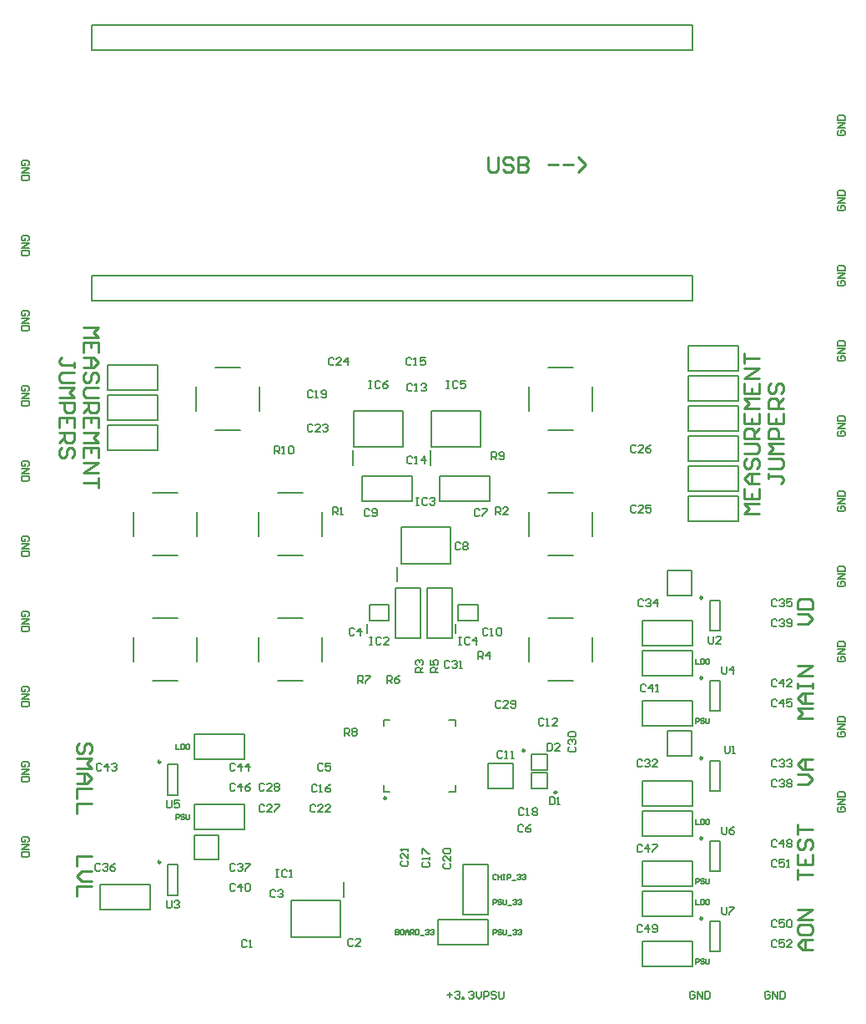
<source format=gto>
G04*
G04 #@! TF.GenerationSoftware,Altium Limited,Altium Designer,22.3.1 (43)*
G04*
G04 Layer_Color=65535*
%FSLAX25Y25*%
%MOIN*%
G70*
G04*
G04 #@! TF.SameCoordinates,E19C0AB1-6057-4413-9D38-1CFD4383DBF5*
G04*
G04*
G04 #@! TF.FilePolarity,Positive*
G04*
G01*
G75*
%ADD10C,0.00984*%
%ADD11C,0.00787*%
%ADD12C,0.01000*%
%ADD13C,0.00600*%
%ADD14C,0.00500*%
D10*
X278079Y166087D02*
G03*
X278079Y166087I-492J0D01*
G01*
Y134087D02*
G03*
X278079Y134087I-492J0D01*
G01*
Y70087D02*
G03*
X278079Y70087I-492J0D01*
G01*
Y102087D02*
G03*
X278079Y102087I-492J0D01*
G01*
Y38087D02*
G03*
X278079Y38087I-492J0D01*
G01*
X219929Y88433D02*
G03*
X219929Y88433I-492J0D01*
G01*
X207055Y105067D02*
G03*
X207055Y105067I-492J0D01*
G01*
X61579Y100587D02*
G03*
X61579Y100587I-492J0D01*
G01*
Y60587D02*
G03*
X61579Y60587I-492J0D01*
G01*
X151713Y86071D02*
G03*
X151713Y86071I-492J0D01*
G01*
D11*
X208902Y240583D02*
Y250417D01*
X216583Y232902D02*
X226417D01*
X234098Y240583D02*
Y250417D01*
X216583Y258098D02*
X226417D01*
X75902Y240583D02*
Y250417D01*
X83583Y232902D02*
X93417D01*
X101098Y240583D02*
Y250417D01*
X83583Y258098D02*
X93417D01*
X182500Y59500D02*
X192500D01*
Y39500D02*
Y59500D01*
X182500Y39500D02*
X192500D01*
X182500D02*
Y59500D01*
X192579Y90079D02*
Y99921D01*
X202421Y90079D02*
Y99921D01*
X192579D02*
X202421D01*
X192579Y90079D02*
X202421D01*
X264079Y103079D02*
Y112921D01*
X273921Y103079D02*
Y112921D01*
X264079D02*
X273921D01*
X264079Y103079D02*
X273921D01*
X75079Y61579D02*
Y71421D01*
X84921Y61579D02*
Y71421D01*
X75079D02*
X84921D01*
X75079Y61579D02*
X84921D01*
X264079Y167079D02*
Y176921D01*
X273921Y167079D02*
Y176921D01*
X264079D02*
X273921D01*
X264079Y167079D02*
X273921D01*
X108583Y158098D02*
X118417D01*
X126098Y140583D02*
Y150417D01*
X108583Y132902D02*
X118417D01*
X100902Y140583D02*
Y150417D01*
Y190583D02*
Y200417D01*
X108583Y182902D02*
X118417D01*
X126098Y190583D02*
Y200417D01*
X108583Y208098D02*
X118417D01*
X193000Y204500D02*
Y214500D01*
X173000Y204500D02*
X193000D01*
X173000D02*
Y214500D01*
X193000D01*
X162000Y204500D02*
Y214500D01*
X142000Y204500D02*
X162000D01*
X142000D02*
Y214500D01*
X162000D01*
X208902Y190583D02*
Y200417D01*
X216583Y182902D02*
X226417D01*
X234098Y190583D02*
Y200417D01*
X216583Y208098D02*
X226417D01*
X156280Y172531D02*
Y178339D01*
X157658Y179717D02*
X177342D01*
Y194283D01*
X157658D02*
X177342D01*
X157658Y179717D02*
Y194283D01*
X254000Y29000D02*
X274000D01*
X254000Y19000D02*
Y29000D01*
Y19000D02*
X274000D01*
Y29000D01*
X254000Y39000D02*
X274000D01*
Y49000D01*
X254000D02*
X274000D01*
X254000Y39000D02*
Y49000D01*
Y61000D02*
X274000D01*
X254000Y51000D02*
Y61000D01*
Y51000D02*
X274000D01*
Y61000D01*
X254000Y135000D02*
X274000D01*
Y145000D01*
X254000D02*
X274000D01*
X254000Y135000D02*
Y145000D01*
Y157000D02*
X274000D01*
X254000Y147000D02*
Y157000D01*
Y147000D02*
X274000D01*
Y157000D01*
X254000Y125000D02*
X274000D01*
X254000Y115000D02*
Y125000D01*
Y115000D02*
X274000D01*
Y125000D01*
X254000Y93000D02*
X274000D01*
X254000Y83000D02*
Y93000D01*
Y83000D02*
X274000D01*
Y93000D01*
X254000Y71000D02*
X274000D01*
Y81000D01*
X254000D02*
X274000D01*
X254000Y71000D02*
Y81000D01*
X281031Y165102D02*
X284968D01*
X281031Y152898D02*
X284968D01*
X281031D02*
Y165102D01*
X284968Y152898D02*
Y165102D01*
X281031Y133102D02*
X284968D01*
X281031Y120898D02*
X284968D01*
X281031D02*
Y133102D01*
X284968Y120898D02*
Y133102D01*
X281031Y69102D02*
X284968D01*
X281031Y56898D02*
X284968D01*
X281031D02*
Y69102D01*
X284968Y56898D02*
Y69102D01*
X281031Y101102D02*
X284968D01*
X281031Y88898D02*
X284968D01*
X281031D02*
Y101102D01*
X284968Y88898D02*
Y101102D01*
X281031Y37102D02*
X284968D01*
X281031Y24898D02*
X284968D01*
X281031D02*
Y37102D01*
X284968Y24898D02*
Y37102D01*
X40500Y259000D02*
X60500D01*
X40500Y249000D02*
Y259000D01*
Y249000D02*
X60500D01*
Y259000D01*
X40500Y247000D02*
X60500D01*
X40500Y237000D02*
Y247000D01*
Y237000D02*
X60500D01*
Y247000D01*
X40500Y235000D02*
X60500D01*
X40500Y225000D02*
Y235000D01*
Y225000D02*
X60500D01*
Y235000D01*
X168000Y170000D02*
X178000D01*
Y150000D02*
Y170000D01*
X168000Y150000D02*
X178000D01*
X168000D02*
Y170000D01*
X180563Y156850D02*
Y163150D01*
X188437D01*
Y156850D02*
Y163150D01*
X180563Y156850D02*
X188437D01*
X179579Y152126D02*
Y155472D01*
X155500Y170000D02*
X165500D01*
Y150000D02*
Y170000D01*
X155500Y150000D02*
X165500D01*
X155500D02*
Y170000D01*
X145063Y156850D02*
Y163150D01*
X152937D01*
Y156850D02*
Y163150D01*
X145063Y156850D02*
X152937D01*
X144079Y152126D02*
Y155472D01*
X58583Y158098D02*
X68417D01*
X76098Y140583D02*
Y150417D01*
X58583Y132902D02*
X68417D01*
X50902Y140583D02*
Y150417D01*
X58583Y208098D02*
X68417D01*
X76098Y190583D02*
Y200417D01*
X58583Y182902D02*
X68417D01*
X50902Y190583D02*
Y200417D01*
X216583Y158098D02*
X226417D01*
X234098Y140583D02*
Y150417D01*
X216583Y132902D02*
X226417D01*
X208902Y140583D02*
Y150417D01*
X272500Y220500D02*
X292500D01*
Y230500D01*
X272500D02*
X292500D01*
X272500Y220500D02*
Y230500D01*
Y256500D02*
X292500D01*
Y266500D01*
X272500D02*
X292500D01*
X272500Y256500D02*
Y266500D01*
Y244500D02*
X292500D01*
Y254500D01*
X272500D02*
X292500D01*
X272500Y244500D02*
Y254500D01*
Y232500D02*
X292500D01*
Y242500D01*
X272500D02*
X292500D01*
X272500Y232500D02*
Y242500D01*
Y196500D02*
X292500D01*
Y206500D01*
X272500D02*
X292500D01*
X272500Y196500D02*
Y206500D01*
Y208500D02*
X292500D01*
Y218500D01*
X272500D02*
X292500D01*
X272500Y208500D02*
Y218500D01*
X138657Y226217D02*
Y240784D01*
X158343D01*
Y226217D02*
Y240784D01*
X138657Y226217D02*
X158343D01*
X138559Y219032D02*
Y224839D01*
X169658Y226217D02*
Y240784D01*
X189342D01*
Y226217D02*
Y240784D01*
X169658Y226217D02*
X189342D01*
X169559Y219032D02*
Y224839D01*
X133343Y30716D02*
Y45283D01*
X113657Y30716D02*
X133343D01*
X113657D02*
Y45283D01*
X133343D01*
X134721Y46661D02*
Y52469D01*
X209929Y89850D02*
Y96150D01*
X216071D01*
X209929Y89850D02*
X216071D01*
Y96150D01*
Y97350D02*
Y103650D01*
X209929Y97350D02*
X216071D01*
X209929Y103650D02*
X216071D01*
X209929Y97350D02*
Y103650D01*
X68468Y87398D02*
Y99602D01*
X64531Y87398D02*
Y99602D01*
Y87398D02*
X68468D01*
X64531Y99602D02*
X68468D01*
Y47398D02*
Y59602D01*
X64531Y47398D02*
Y59602D01*
Y47398D02*
X68468D01*
X64531Y59602D02*
X68468D01*
X150630Y88630D02*
X153189D01*
X150630D02*
Y91189D01*
Y114811D02*
Y117370D01*
X153189D01*
X176811D02*
X179370D01*
Y114811D02*
Y117370D01*
X176811Y88630D02*
X179370D01*
Y91189D01*
X34000Y384500D02*
X266500D01*
X274000D01*
Y394500D01*
X34000D02*
X274000D01*
X34000Y384500D02*
Y394500D01*
Y284500D02*
X266500D01*
X274000D01*
Y294500D01*
X34000D02*
X274000D01*
X34000Y284500D02*
Y294500D01*
X57500Y41500D02*
Y51500D01*
X37500Y41500D02*
X57500D01*
X37500D02*
Y51500D01*
X57500D01*
X95000Y101500D02*
Y111500D01*
X75000Y101500D02*
X95000D01*
X75000D02*
Y111500D01*
X95000D01*
X172500Y27500D02*
Y37500D01*
X192500D01*
Y27500D02*
Y37500D01*
X172500Y27500D02*
X192500D01*
X75000Y73500D02*
Y83500D01*
X95000D01*
Y73500D02*
Y83500D01*
X75000Y73500D02*
X95000D01*
D12*
X30800Y273990D02*
X36798D01*
X34798Y271990D01*
X36798Y269991D01*
X30800D01*
X36798Y263993D02*
Y267992D01*
X30800D01*
Y263993D01*
X33799Y267992D02*
Y265992D01*
X30800Y261994D02*
X34798D01*
X36798Y259994D01*
X34798Y257995D01*
X30800D01*
X33799D01*
Y261994D01*
X35798Y251997D02*
X36798Y252996D01*
Y254996D01*
X35798Y255995D01*
X34798D01*
X33799Y254996D01*
Y252996D01*
X32799Y251997D01*
X31800D01*
X30800Y252996D01*
Y254996D01*
X31800Y255995D01*
X36798Y249997D02*
X31800D01*
X30800Y248998D01*
Y246998D01*
X31800Y245999D01*
X36798D01*
X30800Y243999D02*
X36798D01*
Y241000D01*
X35798Y240001D01*
X33799D01*
X32799Y241000D01*
Y243999D01*
Y242000D02*
X30800Y240001D01*
X36798Y234003D02*
Y238001D01*
X30800D01*
Y234003D01*
X33799Y238001D02*
Y236002D01*
X30800Y232003D02*
X36798D01*
X34798Y230004D01*
X36798Y228005D01*
X30800D01*
X36798Y222007D02*
Y226005D01*
X30800D01*
Y222007D01*
X33799Y226005D02*
Y224006D01*
X30800Y220007D02*
X36798D01*
X30800Y216008D01*
X36798D01*
Y214009D02*
Y210010D01*
Y212010D01*
X30800D01*
X27200Y257995D02*
Y259994D01*
Y258995D01*
X22202D01*
X21202Y259994D01*
Y260994D01*
X22202Y261994D01*
X27200Y255995D02*
X22202D01*
X21202Y254996D01*
Y252996D01*
X22202Y251997D01*
X27200D01*
X21202Y249997D02*
X27200D01*
X25201Y247998D01*
X27200Y245999D01*
X21202D01*
Y243999D02*
X27200D01*
Y241000D01*
X26201Y240001D01*
X24201D01*
X23201Y241000D01*
Y243999D01*
X27200Y234003D02*
Y238001D01*
X21202D01*
Y234003D01*
X24201Y238001D02*
Y236002D01*
X21202Y232003D02*
X27200D01*
Y229004D01*
X26201Y228005D01*
X24201D01*
X23201Y229004D01*
Y232003D01*
Y230004D02*
X21202Y228005D01*
X26201Y222007D02*
X27200Y223006D01*
Y225006D01*
X26201Y226005D01*
X25201D01*
X24201Y225006D01*
Y223006D01*
X23201Y222007D01*
X22202D01*
X21202Y223006D01*
Y225006D01*
X22202Y226005D01*
X300700Y199510D02*
X294702D01*
X296701Y201510D01*
X294702Y203509D01*
X300700D01*
X294702Y209507D02*
Y205508D01*
X300700D01*
Y209507D01*
X297701Y205508D02*
Y207508D01*
X300700Y211507D02*
X296701D01*
X294702Y213506D01*
X296701Y215505D01*
X300700D01*
X297701D01*
Y211507D01*
X295702Y221503D02*
X294702Y220504D01*
Y218504D01*
X295702Y217505D01*
X296701D01*
X297701Y218504D01*
Y220504D01*
X298701Y221503D01*
X299700D01*
X300700Y220504D01*
Y218504D01*
X299700Y217505D01*
X294702Y223503D02*
X299700D01*
X300700Y224502D01*
Y226502D01*
X299700Y227501D01*
X294702D01*
X300700Y229501D02*
X294702D01*
Y232500D01*
X295702Y233499D01*
X297701D01*
X298701Y232500D01*
Y229501D01*
Y231500D02*
X300700Y233499D01*
X294702Y239497D02*
Y235499D01*
X300700D01*
Y239497D01*
X297701Y235499D02*
Y237498D01*
X300700Y241497D02*
X294702D01*
X296701Y243496D01*
X294702Y245496D01*
X300700D01*
X294702Y251494D02*
Y247495D01*
X300700D01*
Y251494D01*
X297701Y247495D02*
Y249494D01*
X300700Y253493D02*
X294702D01*
X300700Y257492D01*
X294702D01*
Y259491D02*
Y263490D01*
Y261490D01*
X300700D01*
X304300Y215505D02*
Y213506D01*
Y214506D01*
X309298D01*
X310298Y213506D01*
Y212506D01*
X309298Y211507D01*
X304300Y217505D02*
X309298D01*
X310298Y218504D01*
Y220504D01*
X309298Y221503D01*
X304300D01*
X310298Y223503D02*
X304300D01*
X306299Y225502D01*
X304300Y227501D01*
X310298D01*
Y229501D02*
X304300D01*
Y232500D01*
X305299Y233499D01*
X307299D01*
X308298Y232500D01*
Y229501D01*
X304300Y239497D02*
Y235499D01*
X310298D01*
Y239497D01*
X307299Y235499D02*
Y237498D01*
X310298Y241497D02*
X304300D01*
Y244496D01*
X305299Y245496D01*
X307299D01*
X308298Y244496D01*
Y241497D01*
Y243496D02*
X310298Y245496D01*
X305299Y251494D02*
X304300Y250494D01*
Y248495D01*
X305299Y247495D01*
X306299D01*
X307299Y248495D01*
Y250494D01*
X308298Y251494D01*
X309298D01*
X310298Y250494D01*
Y248495D01*
X309298Y247495D01*
X316001Y155502D02*
X320000D01*
X321999Y157501D01*
X320000Y159500D01*
X316001D01*
Y161500D02*
X321999D01*
Y164499D01*
X320999Y165498D01*
X317001D01*
X316001Y164499D01*
Y161500D01*
X316001Y53504D02*
Y57502D01*
Y55503D01*
X321999D01*
X316001Y63500D02*
Y59502D01*
X321999D01*
Y63500D01*
X319000Y59502D02*
Y61501D01*
X317001Y69498D02*
X316001Y68499D01*
Y66499D01*
X317001Y65500D01*
X318000D01*
X319000Y66499D01*
Y68499D01*
X320000Y69498D01*
X320999D01*
X321999Y68499D01*
Y66499D01*
X320999Y65500D01*
X316001Y71498D02*
Y75496D01*
Y73497D01*
X321999D01*
Y118003D02*
X316001D01*
X318000Y120003D01*
X316001Y122002D01*
X321999D01*
Y124001D02*
X318000D01*
X316001Y126001D01*
X318000Y128000D01*
X321999D01*
X319000D01*
Y124001D01*
X316001Y129999D02*
Y131999D01*
Y130999D01*
X321999D01*
Y129999D01*
Y131999D01*
Y134998D02*
X316001D01*
X321999Y138997D01*
X316001D01*
X321999Y25503D02*
X318000D01*
X316001Y27502D01*
X318000Y29501D01*
X321999D01*
X319000D01*
Y25503D01*
X316001Y34500D02*
Y32500D01*
X317001Y31501D01*
X320999D01*
X321999Y32500D01*
Y34500D01*
X320999Y35499D01*
X317001D01*
X316001Y34500D01*
X321999Y37499D02*
X316001D01*
X321999Y41497D01*
X316001D01*
X316001Y91502D02*
X320000D01*
X321999Y93501D01*
X320000Y95500D01*
X316001D01*
X321999Y97500D02*
X318000D01*
X316001Y99499D01*
X318000Y101498D01*
X321999D01*
X319000D01*
Y97500D01*
X33999Y62997D02*
X28001D01*
Y58999D01*
X33999Y56999D02*
X30000D01*
X28001Y55000D01*
X30000Y53001D01*
X33999D01*
Y51001D02*
X28001D01*
Y47003D01*
X32999Y103997D02*
X33999Y104996D01*
Y106996D01*
X32999Y107995D01*
X32000D01*
X31000Y106996D01*
Y104996D01*
X30000Y103997D01*
X29001D01*
X28001Y104996D01*
Y106996D01*
X29001Y107995D01*
X28001Y101997D02*
X33999D01*
X32000Y99998D01*
X33999Y97999D01*
X28001D01*
Y95999D02*
X32000D01*
X33999Y94000D01*
X32000Y92001D01*
X28001D01*
X31000D01*
Y95999D01*
X33999Y90001D02*
X28001D01*
Y86003D01*
X33999Y84003D02*
X28001D01*
Y80005D01*
X192507Y341999D02*
Y337001D01*
X193507Y336001D01*
X195506D01*
X196506Y337001D01*
Y341999D01*
X202504Y340999D02*
X201504Y341999D01*
X199505D01*
X198505Y340999D01*
Y340000D01*
X199505Y339000D01*
X201504D01*
X202504Y338000D01*
Y337001D01*
X201504Y336001D01*
X199505D01*
X198505Y337001D01*
X204503Y341999D02*
Y336001D01*
X207502D01*
X208502Y337001D01*
Y338000D01*
X207502Y339000D01*
X204503D01*
X207502D01*
X208502Y340000D01*
Y340999D01*
X207502Y341999D01*
X204503D01*
X216499Y339000D02*
X220498D01*
X222498D02*
X226496D01*
X228496Y336001D02*
X231495Y339000D01*
X228496Y341999D01*
D13*
X107251Y223500D02*
Y226500D01*
X108751D01*
X109251Y226000D01*
Y225000D01*
X108751Y224500D01*
X107251D01*
X108251D02*
X109251Y223500D01*
X110250D02*
X111250D01*
X110750D01*
Y226500D01*
X110250Y226000D01*
X112749D02*
X113249Y226500D01*
X114249D01*
X114749Y226000D01*
Y224000D01*
X114249Y223500D01*
X113249D01*
X112749Y224000D01*
Y226000D01*
X193900Y221300D02*
Y224299D01*
X195399D01*
X195899Y223799D01*
Y222799D01*
X195399Y222300D01*
X193900D01*
X194900D02*
X195899Y221300D01*
X196899Y221800D02*
X197399Y221300D01*
X198399D01*
X198898Y221800D01*
Y223799D01*
X198399Y224299D01*
X197399D01*
X196899Y223799D01*
Y223299D01*
X197399Y222799D01*
X198898D01*
X332500Y82501D02*
X332000Y82001D01*
Y81001D01*
X332500Y80501D01*
X334500D01*
X334999Y81001D01*
Y82001D01*
X334500Y82501D01*
X333500D01*
Y81501D01*
X334999Y83500D02*
X332000D01*
X334999Y85500D01*
X332000D01*
Y86499D02*
X334999D01*
Y87999D01*
X334500Y88499D01*
X332500D01*
X332000Y87999D01*
Y86499D01*
X332500Y112501D02*
X332000Y112001D01*
Y111001D01*
X332500Y110501D01*
X334500D01*
X334999Y111001D01*
Y112001D01*
X334500Y112501D01*
X333500D01*
Y111501D01*
X334999Y113500D02*
X332000D01*
X334999Y115500D01*
X332000D01*
Y116499D02*
X334999D01*
Y117999D01*
X334500Y118499D01*
X332500D01*
X332000Y117999D01*
Y116499D01*
X332500Y142501D02*
X332000Y142001D01*
Y141001D01*
X332500Y140501D01*
X334500D01*
X334999Y141001D01*
Y142001D01*
X334500Y142501D01*
X333500D01*
Y141501D01*
X334999Y143500D02*
X332000D01*
X334999Y145500D01*
X332000D01*
Y146499D02*
X334999D01*
Y147999D01*
X334500Y148499D01*
X332500D01*
X332000Y147999D01*
Y146499D01*
X332500Y172501D02*
X332000Y172001D01*
Y171001D01*
X332500Y170501D01*
X334500D01*
X334999Y171001D01*
Y172001D01*
X334500Y172501D01*
X333500D01*
Y171501D01*
X334999Y173500D02*
X332000D01*
X334999Y175500D01*
X332000D01*
Y176499D02*
X334999D01*
Y177999D01*
X334500Y178499D01*
X332500D01*
X332000Y177999D01*
Y176499D01*
X332500Y202501D02*
X332000Y202001D01*
Y201001D01*
X332500Y200501D01*
X334500D01*
X334999Y201001D01*
Y202001D01*
X334500Y202501D01*
X333500D01*
Y201501D01*
X334999Y203500D02*
X332000D01*
X334999Y205500D01*
X332000D01*
Y206499D02*
X334999D01*
Y207999D01*
X334500Y208499D01*
X332500D01*
X332000Y207999D01*
Y206499D01*
X332500Y232501D02*
X332000Y232001D01*
Y231001D01*
X332500Y230501D01*
X334500D01*
X334999Y231001D01*
Y232001D01*
X334500Y232501D01*
X333500D01*
Y231501D01*
X334999Y233500D02*
X332000D01*
X334999Y235500D01*
X332000D01*
Y236499D02*
X334999D01*
Y237999D01*
X334500Y238499D01*
X332500D01*
X332000Y237999D01*
Y236499D01*
X332500Y262499D02*
X332000Y262000D01*
Y261000D01*
X332500Y260500D01*
X334500D01*
X334999Y261000D01*
Y262000D01*
X334500Y262499D01*
X333500D01*
Y261500D01*
X334999Y263499D02*
X332000D01*
X334999Y265498D01*
X332000D01*
Y266498D02*
X334999D01*
Y267998D01*
X334500Y268497D01*
X332500D01*
X332000Y267998D01*
Y266498D01*
X332500Y292501D02*
X332000Y292001D01*
Y291001D01*
X332500Y290501D01*
X334500D01*
X334999Y291001D01*
Y292001D01*
X334500Y292501D01*
X333500D01*
Y291501D01*
X334999Y293500D02*
X332000D01*
X334999Y295500D01*
X332000D01*
Y296499D02*
X334999D01*
Y297999D01*
X334500Y298499D01*
X332500D01*
X332000Y297999D01*
Y296499D01*
X332500Y322501D02*
X332000Y322001D01*
Y321001D01*
X332500Y320501D01*
X334500D01*
X334999Y321001D01*
Y322001D01*
X334500Y322501D01*
X333500D01*
Y321501D01*
X334999Y323500D02*
X332000D01*
X334999Y325500D01*
X332000D01*
Y326499D02*
X334999D01*
Y327999D01*
X334500Y328499D01*
X332500D01*
X332000Y327999D01*
Y326499D01*
X332500Y352501D02*
X332000Y352001D01*
Y351001D01*
X332500Y350501D01*
X334500D01*
X334999Y351001D01*
Y352001D01*
X334500Y352501D01*
X333500D01*
Y351501D01*
X334999Y353500D02*
X332000D01*
X334999Y355500D01*
X332000D01*
Y356499D02*
X334999D01*
Y357999D01*
X334500Y358499D01*
X332500D01*
X332000Y357999D01*
Y356499D01*
X275001Y8500D02*
X274501Y8999D01*
X273501D01*
X273001Y8500D01*
Y6500D01*
X273501Y6001D01*
X274501D01*
X275001Y6500D01*
Y7500D01*
X274001D01*
X276000Y6001D02*
Y8999D01*
X278000Y6001D01*
Y8999D01*
X278999D02*
Y6001D01*
X280499D01*
X280999Y6500D01*
Y8500D01*
X280499Y8999D01*
X278999D01*
X305001Y8500D02*
X304501Y8999D01*
X303501D01*
X303001Y8500D01*
Y6500D01*
X303501Y6001D01*
X304501D01*
X305001Y6500D01*
Y7500D01*
X304001D01*
X306000Y6001D02*
Y8999D01*
X308000Y6001D01*
Y8999D01*
X308999D02*
Y6001D01*
X310499D01*
X310999Y6500D01*
Y8500D01*
X310499Y8999D01*
X308999D01*
X8500Y338499D02*
X8999Y338999D01*
Y339999D01*
X8500Y340499D01*
X6500D01*
X6001Y339999D01*
Y338999D01*
X6500Y338499D01*
X7500D01*
Y339499D01*
X6001Y337500D02*
X8999D01*
X6001Y335500D01*
X8999D01*
Y334501D02*
X6001D01*
Y333001D01*
X6500Y332501D01*
X8500D01*
X8999Y333001D01*
Y334501D01*
X176254Y7500D02*
X178253D01*
X177253Y8500D02*
Y6500D01*
X179253Y8500D02*
X179753Y8999D01*
X180752D01*
X181252Y8500D01*
Y8000D01*
X180752Y7500D01*
X180252D01*
X180752D01*
X181252Y7000D01*
Y6500D01*
X180752Y6001D01*
X179753D01*
X179253Y6500D01*
X182252Y6001D02*
Y6500D01*
X182752D01*
Y6001D01*
X182252D01*
X184751Y8500D02*
X185251Y8999D01*
X186250D01*
X186750Y8500D01*
Y8000D01*
X186250Y7500D01*
X185751D01*
X186250D01*
X186750Y7000D01*
Y6500D01*
X186250Y6001D01*
X185251D01*
X184751Y6500D01*
X187750Y8999D02*
Y7000D01*
X188750Y6001D01*
X189749Y7000D01*
Y8999D01*
X190749Y6001D02*
Y8999D01*
X192248D01*
X192748Y8500D01*
Y7500D01*
X192248Y7000D01*
X190749D01*
X195747Y8500D02*
X195247Y8999D01*
X194248D01*
X193748Y8500D01*
Y8000D01*
X194248Y7500D01*
X195247D01*
X195747Y7000D01*
Y6500D01*
X195247Y6001D01*
X194248D01*
X193748Y6500D01*
X196747Y8999D02*
Y6500D01*
X197247Y6001D01*
X198247D01*
X198746Y6500D01*
Y8999D01*
X8500Y308499D02*
X8999Y308999D01*
Y309999D01*
X8500Y310499D01*
X6500D01*
X6001Y309999D01*
Y308999D01*
X6500Y308499D01*
X7500D01*
Y309499D01*
X6001Y307500D02*
X8999D01*
X6001Y305500D01*
X8999D01*
Y304501D02*
X6001D01*
Y303001D01*
X6500Y302501D01*
X8500D01*
X8999Y303001D01*
Y304501D01*
X8500Y218499D02*
X8999Y218999D01*
Y219999D01*
X8500Y220499D01*
X6500D01*
X6001Y219999D01*
Y218999D01*
X6500Y218499D01*
X7500D01*
Y219499D01*
X6001Y217500D02*
X8999D01*
X6001Y215500D01*
X8999D01*
Y214501D02*
X6001D01*
Y213001D01*
X6500Y212501D01*
X8500D01*
X8999Y213001D01*
Y214501D01*
X8500Y188499D02*
X8999Y188999D01*
Y189999D01*
X8500Y190499D01*
X6500D01*
X6001Y189999D01*
Y188999D01*
X6500Y188499D01*
X7500D01*
Y189499D01*
X6001Y187500D02*
X8999D01*
X6001Y185500D01*
X8999D01*
Y184501D02*
X6001D01*
Y183001D01*
X6500Y182501D01*
X8500D01*
X8999Y183001D01*
Y184501D01*
X8500Y158499D02*
X8999Y158999D01*
Y159999D01*
X8500Y160499D01*
X6500D01*
X6001Y159999D01*
Y158999D01*
X6500Y158499D01*
X7500D01*
Y159499D01*
X6001Y157500D02*
X8999D01*
X6001Y155500D01*
X8999D01*
Y154501D02*
X6001D01*
Y153001D01*
X6500Y152501D01*
X8500D01*
X8999Y153001D01*
Y154501D01*
X8500Y68499D02*
X8999Y68999D01*
Y69999D01*
X8500Y70499D01*
X6500D01*
X6001Y69999D01*
Y68999D01*
X6500Y68499D01*
X7500D01*
Y69499D01*
X6001Y67500D02*
X8999D01*
X6001Y65500D01*
X8999D01*
Y64501D02*
X6001D01*
Y63001D01*
X6500Y62501D01*
X8500D01*
X8999Y63001D01*
Y64501D01*
X8500Y128499D02*
X8999Y128999D01*
Y129999D01*
X8500Y130499D01*
X6500D01*
X6001Y129999D01*
Y128999D01*
X6500Y128499D01*
X7500D01*
Y129499D01*
X6001Y127500D02*
X8999D01*
X6001Y125500D01*
X8999D01*
Y124501D02*
X6001D01*
Y123001D01*
X6500Y122501D01*
X8500D01*
X8999Y123001D01*
Y124501D01*
X8500Y98499D02*
X8999Y98999D01*
Y99999D01*
X8500Y100499D01*
X6500D01*
X6001Y99999D01*
Y98999D01*
X6500Y98499D01*
X7500D01*
Y99499D01*
X6001Y97500D02*
X8999D01*
X6001Y95500D01*
X8999D01*
Y94501D02*
X6001D01*
Y93001D01*
X6500Y92501D01*
X8500D01*
X8999Y93001D01*
Y94501D01*
X8500Y278499D02*
X8999Y278999D01*
Y279999D01*
X8500Y280499D01*
X6500D01*
X6001Y279999D01*
Y278999D01*
X6500Y278499D01*
X7500D01*
Y279499D01*
X6001Y277500D02*
X8999D01*
X6001Y275500D01*
X8999D01*
Y274501D02*
X6001D01*
Y273001D01*
X6500Y272501D01*
X8500D01*
X8999Y273001D01*
Y274501D01*
X8500Y248499D02*
X8999Y248999D01*
Y249999D01*
X8500Y250499D01*
X6500D01*
X6001Y249999D01*
Y248999D01*
X6500Y248499D01*
X7500D01*
Y249499D01*
X6001Y247500D02*
X8999D01*
X6001Y245500D01*
X8999D01*
Y244501D02*
X6001D01*
Y243001D01*
X6500Y242501D01*
X8500D01*
X8999Y243001D01*
Y244501D01*
X135001Y111001D02*
Y113999D01*
X136500D01*
X137000Y113500D01*
Y112500D01*
X136500Y112000D01*
X135001D01*
X136001D02*
X137000Y111001D01*
X138000Y113500D02*
X138500Y113999D01*
X139499D01*
X139999Y113500D01*
Y113000D01*
X139499Y112500D01*
X139999Y112000D01*
Y111500D01*
X139499Y111001D01*
X138500D01*
X138000Y111500D01*
Y112000D01*
X138500Y112500D01*
X138000Y113000D01*
Y113500D01*
X138500Y112500D02*
X139499D01*
X140501Y132001D02*
Y135000D01*
X142000D01*
X142500Y134500D01*
Y133500D01*
X142000Y133000D01*
X140501D01*
X141500D02*
X142500Y132001D01*
X143500Y135000D02*
X145499D01*
Y134500D01*
X143500Y132500D01*
Y132001D01*
X152001D02*
Y135000D01*
X153500D01*
X154000Y134500D01*
Y133500D01*
X153500Y133000D01*
X152001D01*
X153000D02*
X154000Y132001D01*
X156999Y135000D02*
X156000Y134500D01*
X155000Y133500D01*
Y132500D01*
X155500Y132001D01*
X156499D01*
X156999Y132500D01*
Y133000D01*
X156499Y133500D01*
X155000D01*
X172500Y136300D02*
X169501D01*
Y137800D01*
X170001Y138299D01*
X171001D01*
X171500Y137800D01*
Y136300D01*
Y137300D02*
X172500Y138299D01*
X169501Y141298D02*
Y139299D01*
X171001D01*
X170501Y140299D01*
Y140799D01*
X171001Y141298D01*
X172000D01*
X172500Y140799D01*
Y139799D01*
X172000Y139299D01*
X188501Y141500D02*
Y144500D01*
X190000D01*
X190500Y144000D01*
Y143000D01*
X190000Y142500D01*
X188501D01*
X189500D02*
X190500Y141500D01*
X192999D02*
Y144500D01*
X191500Y143000D01*
X193499D01*
X166500Y136300D02*
X163501D01*
Y137800D01*
X164001Y138299D01*
X165000D01*
X165500Y137800D01*
Y136300D01*
Y137300D02*
X166500Y138299D01*
X164001Y139299D02*
X163501Y139799D01*
Y140799D01*
X164001Y141298D01*
X164501D01*
X165000Y140799D01*
Y140299D01*
Y140799D01*
X165500Y141298D01*
X166000D01*
X166500Y140799D01*
Y139799D01*
X166000Y139299D01*
X195400Y199200D02*
Y202199D01*
X196899D01*
X197399Y201699D01*
Y200699D01*
X196899Y200200D01*
X195400D01*
X196400D02*
X197399Y199200D01*
X200398D02*
X198399D01*
X200398Y201199D01*
Y201699D01*
X199899Y202199D01*
X198899D01*
X198399Y201699D01*
X130400Y199200D02*
Y202199D01*
X131899D01*
X132399Y201699D01*
Y200699D01*
X131899Y200200D01*
X130400D01*
X131400D02*
X132399Y199200D01*
X133399D02*
X134399D01*
X133899D01*
Y202199D01*
X133399Y201699D01*
X144800Y252699D02*
X145800D01*
X145300D01*
Y249700D01*
X144800D01*
X145800D01*
X149299Y252199D02*
X148799Y252699D01*
X147799D01*
X147299Y252199D01*
Y250200D01*
X147799Y249700D01*
X148799D01*
X149299Y250200D01*
X152298Y252699D02*
X151298Y252199D01*
X150298Y251200D01*
Y250200D01*
X150798Y249700D01*
X151798D01*
X152298Y250200D01*
Y250700D01*
X151798Y251200D01*
X150298D01*
X285800Y42699D02*
Y40200D01*
X286300Y39700D01*
X287299D01*
X287799Y40200D01*
Y42699D01*
X288799D02*
X290798D01*
Y42199D01*
X288799Y40200D01*
Y39700D01*
X285800Y74699D02*
Y72200D01*
X286300Y71700D01*
X287299D01*
X287799Y72200D01*
Y74699D01*
X290798D02*
X289799Y74199D01*
X288799Y73199D01*
Y72200D01*
X289299Y71700D01*
X290299D01*
X290798Y72200D01*
Y72700D01*
X290299Y73199D01*
X288799D01*
X64000Y85199D02*
Y82700D01*
X64500Y82200D01*
X65500D01*
X65999Y82700D01*
Y85199D01*
X68998D02*
X66999D01*
Y83700D01*
X67999Y84199D01*
X68499D01*
X68998Y83700D01*
Y82700D01*
X68499Y82200D01*
X67499D01*
X66999Y82700D01*
X285800Y138699D02*
Y136200D01*
X286300Y135700D01*
X287299D01*
X287799Y136200D01*
Y138699D01*
X290299Y135700D02*
Y138699D01*
X288799Y137199D01*
X290798D01*
X64000Y45199D02*
Y42700D01*
X64500Y42200D01*
X65500D01*
X65999Y42700D01*
Y45199D01*
X66999Y44699D02*
X67499Y45199D01*
X68499D01*
X68998Y44699D01*
Y44199D01*
X68499Y43699D01*
X67999D01*
X68499D01*
X68998Y43200D01*
Y42700D01*
X68499Y42200D01*
X67499D01*
X66999Y42700D01*
X280500Y150699D02*
Y148200D01*
X281000Y147700D01*
X281999D01*
X282499Y148200D01*
Y150699D01*
X285498Y147700D02*
X283499D01*
X285498Y149699D01*
Y150199D01*
X284998Y150699D01*
X283999D01*
X283499Y150199D01*
X287001Y107000D02*
Y104500D01*
X287501Y104000D01*
X288500D01*
X289000Y104500D01*
Y107000D01*
X290000Y104000D02*
X290999D01*
X290499D01*
Y107000D01*
X290000Y106500D01*
X175800Y252699D02*
X176800D01*
X176300D01*
Y249700D01*
X175800D01*
X176800D01*
X180298Y252199D02*
X179799Y252699D01*
X178799D01*
X178299Y252199D01*
Y250200D01*
X178799Y249700D01*
X179799D01*
X180298Y250200D01*
X183298Y252699D02*
X181298D01*
Y251200D01*
X182298Y251699D01*
X182798D01*
X183298Y251200D01*
Y250200D01*
X182798Y249700D01*
X181798D01*
X181298Y250200D01*
X180700Y150399D02*
X181700D01*
X181200D01*
Y147400D01*
X180700D01*
X181700D01*
X185198Y149899D02*
X184699Y150399D01*
X183699D01*
X183199Y149899D01*
Y147900D01*
X183699Y147400D01*
X184699D01*
X185198Y147900D01*
X187698Y147400D02*
Y150399D01*
X186198Y148899D01*
X188198D01*
X163751Y205999D02*
X164751D01*
X164251D01*
Y203000D01*
X163751D01*
X164751D01*
X168250Y205500D02*
X167750Y205999D01*
X166750D01*
X166250Y205500D01*
Y203500D01*
X166750Y203000D01*
X167750D01*
X168250Y203500D01*
X169249Y205500D02*
X169749Y205999D01*
X170749D01*
X171249Y205500D01*
Y205000D01*
X170749Y204500D01*
X170249D01*
X170749D01*
X171249Y204000D01*
Y203500D01*
X170749Y203000D01*
X169749D01*
X169249Y203500D01*
X145200Y150399D02*
X146200D01*
X145700D01*
Y147400D01*
X145200D01*
X146200D01*
X149698Y149899D02*
X149199Y150399D01*
X148199D01*
X147699Y149899D01*
Y147900D01*
X148199Y147400D01*
X149199D01*
X149698Y147900D01*
X152698Y147400D02*
X150698D01*
X152698Y149399D01*
Y149899D01*
X152198Y150399D01*
X151198D01*
X150698Y149899D01*
X107751Y57499D02*
X108751D01*
X108251D01*
Y54501D01*
X107751D01*
X108751D01*
X112250Y57000D02*
X111750Y57499D01*
X110750D01*
X110250Y57000D01*
Y55000D01*
X110750Y54501D01*
X111750D01*
X112250Y55000D01*
X113249Y54501D02*
X114249D01*
X113749D01*
Y57499D01*
X113249Y57000D01*
X216001Y108000D02*
Y105000D01*
X217500D01*
X218000Y105500D01*
Y107500D01*
X217500Y108000D01*
X216001D01*
X220999Y105000D02*
X219000D01*
X220999Y107000D01*
Y107500D01*
X220499Y108000D01*
X219500D01*
X219000Y107500D01*
X217001Y86500D02*
Y83500D01*
X218500D01*
X219000Y84000D01*
Y86000D01*
X218500Y86500D01*
X217001D01*
X220000Y83500D02*
X220999D01*
X220499D01*
Y86500D01*
X220000Y86000D01*
X307899Y28999D02*
X307400Y29499D01*
X306400D01*
X305900Y28999D01*
Y27000D01*
X306400Y26500D01*
X307400D01*
X307899Y27000D01*
X310898Y29499D02*
X308899D01*
Y27999D01*
X309899Y28499D01*
X310399D01*
X310898Y27999D01*
Y27000D01*
X310399Y26500D01*
X309399D01*
X308899Y27000D01*
X313897Y26500D02*
X311898D01*
X313897Y28499D01*
Y28999D01*
X313398Y29499D01*
X312398D01*
X311898Y28999D01*
X307899Y60999D02*
X307400Y61499D01*
X306400D01*
X305900Y60999D01*
Y59000D01*
X306400Y58500D01*
X307400D01*
X307899Y59000D01*
X310898Y61499D02*
X308899D01*
Y60000D01*
X309899Y60499D01*
X310399D01*
X310898Y60000D01*
Y59000D01*
X310399Y58500D01*
X309399D01*
X308899Y59000D01*
X311898Y58500D02*
X312898D01*
X312398D01*
Y61499D01*
X311898Y60999D01*
X307899Y36999D02*
X307400Y37499D01*
X306400D01*
X305900Y36999D01*
Y35000D01*
X306400Y34500D01*
X307400D01*
X307899Y35000D01*
X310898Y37499D02*
X308899D01*
Y36000D01*
X309899Y36499D01*
X310399D01*
X310898Y36000D01*
Y35000D01*
X310399Y34500D01*
X309399D01*
X308899Y35000D01*
X311898Y36999D02*
X312398Y37499D01*
X313398D01*
X313897Y36999D01*
Y35000D01*
X313398Y34500D01*
X312398D01*
X311898Y35000D01*
Y36999D01*
X254099Y34999D02*
X253600Y35499D01*
X252600D01*
X252100Y34999D01*
Y33000D01*
X252600Y32500D01*
X253600D01*
X254099Y33000D01*
X256598Y32500D02*
Y35499D01*
X255099Y33999D01*
X257098D01*
X258098Y33000D02*
X258598Y32500D01*
X259598D01*
X260097Y33000D01*
Y34999D01*
X259598Y35499D01*
X258598D01*
X258098Y34999D01*
Y34499D01*
X258598Y33999D01*
X260097D01*
X307899Y68999D02*
X307400Y69499D01*
X306400D01*
X305900Y68999D01*
Y67000D01*
X306400Y66500D01*
X307400D01*
X307899Y67000D01*
X310399Y66500D02*
Y69499D01*
X308899Y68000D01*
X310898D01*
X311898Y68999D02*
X312398Y69499D01*
X313398D01*
X313897Y68999D01*
Y68499D01*
X313398Y68000D01*
X313897Y67500D01*
Y67000D01*
X313398Y66500D01*
X312398D01*
X311898Y67000D01*
Y67500D01*
X312398Y68000D01*
X311898Y68499D01*
Y68999D01*
X312398Y68000D02*
X313398D01*
X254099Y66999D02*
X253600Y67499D01*
X252600D01*
X252100Y66999D01*
Y65000D01*
X252600Y64500D01*
X253600D01*
X254099Y65000D01*
X256598Y64500D02*
Y67499D01*
X255099Y66000D01*
X257098D01*
X258098Y67499D02*
X260097D01*
Y66999D01*
X258098Y65000D01*
Y64500D01*
X91399Y91499D02*
X90899Y91999D01*
X89900D01*
X89400Y91499D01*
Y89500D01*
X89900Y89000D01*
X90899D01*
X91399Y89500D01*
X93899Y89000D02*
Y91999D01*
X92399Y90500D01*
X94398D01*
X97397Y91999D02*
X96398Y91499D01*
X95398Y90500D01*
Y89500D01*
X95898Y89000D01*
X96898D01*
X97397Y89500D01*
Y90000D01*
X96898Y90500D01*
X95398D01*
X307899Y124999D02*
X307400Y125499D01*
X306400D01*
X305900Y124999D01*
Y123000D01*
X306400Y122500D01*
X307400D01*
X307899Y123000D01*
X310399Y122500D02*
Y125499D01*
X308899Y124000D01*
X310898D01*
X313897Y125499D02*
X311898D01*
Y124000D01*
X312898Y124499D01*
X313398D01*
X313897Y124000D01*
Y123000D01*
X313398Y122500D01*
X312398D01*
X311898Y123000D01*
X91399Y99499D02*
X90899Y99999D01*
X89900D01*
X89400Y99499D01*
Y97500D01*
X89900Y97000D01*
X90899D01*
X91399Y97500D01*
X93899Y97000D02*
Y99999D01*
X92399Y98500D01*
X94398D01*
X96898Y97000D02*
Y99999D01*
X95398Y98500D01*
X97397D01*
X38099Y99499D02*
X37600Y99999D01*
X36600D01*
X36100Y99499D01*
Y97500D01*
X36600Y97000D01*
X37600D01*
X38099Y97500D01*
X40599Y97000D02*
Y99999D01*
X39099Y98500D01*
X41098D01*
X42098Y99499D02*
X42598Y99999D01*
X43598D01*
X44097Y99499D01*
Y98999D01*
X43598Y98500D01*
X43098D01*
X43598D01*
X44097Y98000D01*
Y97500D01*
X43598Y97000D01*
X42598D01*
X42098Y97500D01*
X307899Y132999D02*
X307400Y133499D01*
X306400D01*
X305900Y132999D01*
Y131000D01*
X306400Y130500D01*
X307400D01*
X307899Y131000D01*
X310399Y130500D02*
Y133499D01*
X308899Y132000D01*
X310898D01*
X313897Y130500D02*
X311898D01*
X313897Y132499D01*
Y132999D01*
X313398Y133499D01*
X312398D01*
X311898Y132999D01*
X255501Y131000D02*
X255001Y131500D01*
X254001D01*
X253501Y131000D01*
Y129000D01*
X254001Y128500D01*
X255001D01*
X255501Y129000D01*
X258000Y128500D02*
Y131500D01*
X256500Y130000D01*
X258500D01*
X259499Y128500D02*
X260499D01*
X259999D01*
Y131500D01*
X259499Y131000D01*
X91399Y51499D02*
X90899Y51999D01*
X89900D01*
X89400Y51499D01*
Y49500D01*
X89900Y49000D01*
X90899D01*
X91399Y49500D01*
X93899Y49000D02*
Y51999D01*
X92399Y50499D01*
X94398D01*
X95398Y51499D02*
X95898Y51999D01*
X96898D01*
X97397Y51499D01*
Y49500D01*
X96898Y49000D01*
X95898D01*
X95398Y49500D01*
Y51499D01*
X307899Y156999D02*
X307400Y157499D01*
X306400D01*
X305900Y156999D01*
Y155000D01*
X306400Y154500D01*
X307400D01*
X307899Y155000D01*
X308899Y156999D02*
X309399Y157499D01*
X310399D01*
X310898Y156999D01*
Y156499D01*
X310399Y156000D01*
X309899D01*
X310399D01*
X310898Y155500D01*
Y155000D01*
X310399Y154500D01*
X309399D01*
X308899Y155000D01*
X311898D02*
X312398Y154500D01*
X313398D01*
X313897Y155000D01*
Y156999D01*
X313398Y157499D01*
X312398D01*
X311898Y156999D01*
Y156499D01*
X312398Y156000D01*
X313897D01*
X307899Y92999D02*
X307400Y93499D01*
X306400D01*
X305900Y92999D01*
Y91000D01*
X306400Y90500D01*
X307400D01*
X307899Y91000D01*
X308899Y92999D02*
X309399Y93499D01*
X310399D01*
X310898Y92999D01*
Y92499D01*
X310399Y92000D01*
X309899D01*
X310399D01*
X310898Y91500D01*
Y91000D01*
X310399Y90500D01*
X309399D01*
X308899Y91000D01*
X311898Y92999D02*
X312398Y93499D01*
X313398D01*
X313897Y92999D01*
Y92499D01*
X313398Y92000D01*
X313897Y91500D01*
Y91000D01*
X313398Y90500D01*
X312398D01*
X311898Y91000D01*
Y91500D01*
X312398Y92000D01*
X311898Y92499D01*
Y92999D01*
X312398Y92000D02*
X313398D01*
X91399Y59499D02*
X90899Y59999D01*
X89900D01*
X89400Y59499D01*
Y57500D01*
X89900Y57000D01*
X90899D01*
X91399Y57500D01*
X92399Y59499D02*
X92899Y59999D01*
X93899D01*
X94398Y59499D01*
Y58999D01*
X93899Y58499D01*
X93399D01*
X93899D01*
X94398Y58000D01*
Y57500D01*
X93899Y57000D01*
X92899D01*
X92399Y57500D01*
X95398Y59999D02*
X97397D01*
Y59499D01*
X95398Y57500D01*
Y57000D01*
X37599Y59499D02*
X37099Y59999D01*
X36100D01*
X35600Y59499D01*
Y57500D01*
X36100Y57000D01*
X37099D01*
X37599Y57500D01*
X38599Y59499D02*
X39099Y59999D01*
X40099D01*
X40598Y59499D01*
Y58999D01*
X40099Y58499D01*
X39599D01*
X40099D01*
X40598Y58000D01*
Y57500D01*
X40099Y57000D01*
X39099D01*
X38599Y57500D01*
X43597Y59999D02*
X42598Y59499D01*
X41598Y58499D01*
Y57500D01*
X42098Y57000D01*
X43098D01*
X43597Y57500D01*
Y58000D01*
X43098Y58499D01*
X41598D01*
X307899Y164999D02*
X307400Y165499D01*
X306400D01*
X305900Y164999D01*
Y163000D01*
X306400Y162500D01*
X307400D01*
X307899Y163000D01*
X308899Y164999D02*
X309399Y165499D01*
X310399D01*
X310898Y164999D01*
Y164499D01*
X310399Y163999D01*
X309899D01*
X310399D01*
X310898Y163500D01*
Y163000D01*
X310399Y162500D01*
X309399D01*
X308899Y163000D01*
X313897Y165499D02*
X311898D01*
Y163999D01*
X312898Y164499D01*
X313398D01*
X313897Y163999D01*
Y163000D01*
X313398Y162500D01*
X312398D01*
X311898Y163000D01*
X254599Y164999D02*
X254099Y165499D01*
X253100D01*
X252600Y164999D01*
Y163000D01*
X253100Y162500D01*
X254099D01*
X254599Y163000D01*
X255599Y164999D02*
X256099Y165499D01*
X257099D01*
X257598Y164999D01*
Y164499D01*
X257099Y163999D01*
X256599D01*
X257099D01*
X257598Y163500D01*
Y163000D01*
X257099Y162500D01*
X256099D01*
X255599Y163000D01*
X260098Y162500D02*
Y165499D01*
X258598Y163999D01*
X260597D01*
X307899Y100999D02*
X307400Y101499D01*
X306400D01*
X305900Y100999D01*
Y99000D01*
X306400Y98500D01*
X307400D01*
X307899Y99000D01*
X308899Y100999D02*
X309399Y101499D01*
X310399D01*
X310898Y100999D01*
Y100499D01*
X310399Y99999D01*
X309899D01*
X310399D01*
X310898Y99500D01*
Y99000D01*
X310399Y98500D01*
X309399D01*
X308899Y99000D01*
X311898Y100999D02*
X312398Y101499D01*
X313398D01*
X313897Y100999D01*
Y100499D01*
X313398Y99999D01*
X312898D01*
X313398D01*
X313897Y99500D01*
Y99000D01*
X313398Y98500D01*
X312398D01*
X311898Y99000D01*
X254099Y100999D02*
X253600Y101499D01*
X252600D01*
X252100Y100999D01*
Y99000D01*
X252600Y98500D01*
X253600D01*
X254099Y99000D01*
X255099Y100999D02*
X255599Y101499D01*
X256598D01*
X257098Y100999D01*
Y100499D01*
X256598Y99999D01*
X256099D01*
X256598D01*
X257098Y99500D01*
Y99000D01*
X256598Y98500D01*
X255599D01*
X255099Y99000D01*
X260097Y98500D02*
X258098D01*
X260097Y100499D01*
Y100999D01*
X259598Y101499D01*
X258598D01*
X258098Y100999D01*
X177000Y140500D02*
X176501Y140999D01*
X175501D01*
X175001Y140500D01*
Y138500D01*
X175501Y138001D01*
X176501D01*
X177000Y138500D01*
X178000Y140500D02*
X178500Y140999D01*
X179500D01*
X179999Y140500D01*
Y140000D01*
X179500Y139500D01*
X179000D01*
X179500D01*
X179999Y139000D01*
Y138500D01*
X179500Y138001D01*
X178500D01*
X178000Y138500D01*
X180999Y138001D02*
X181999D01*
X181499D01*
Y140999D01*
X180999Y140500D01*
X225000Y106501D02*
X224500Y106001D01*
Y105001D01*
X225000Y104501D01*
X227000D01*
X227500Y105001D01*
Y106001D01*
X227000Y106501D01*
X225000Y107500D02*
X224500Y108000D01*
Y109000D01*
X225000Y109500D01*
X225500D01*
X226000Y109000D01*
Y108500D01*
Y109000D01*
X226500Y109500D01*
X227000D01*
X227500Y109000D01*
Y108000D01*
X227000Y107500D01*
X225000Y110499D02*
X224500Y110999D01*
Y111999D01*
X225000Y112499D01*
X227000D01*
X227500Y111999D01*
Y110999D01*
X227000Y110499D01*
X225000D01*
X197501Y124500D02*
X197001Y124999D01*
X196001D01*
X195501Y124500D01*
Y122500D01*
X196001Y122001D01*
X197001D01*
X197501Y122500D01*
X200500Y122001D02*
X198500D01*
X200500Y124000D01*
Y124500D01*
X200000Y124999D01*
X199000D01*
X198500Y124500D01*
X201499Y122500D02*
X201999Y122001D01*
X202999D01*
X203499Y122500D01*
Y124500D01*
X202999Y124999D01*
X201999D01*
X201499Y124500D01*
Y124000D01*
X201999Y123500D01*
X203499D01*
X103099Y91499D02*
X102600Y91999D01*
X101600D01*
X101100Y91499D01*
Y89500D01*
X101600Y89000D01*
X102600D01*
X103099Y89500D01*
X106098Y89000D02*
X104099D01*
X106098Y90999D01*
Y91499D01*
X105599Y91999D01*
X104599D01*
X104099Y91499D01*
X107098D02*
X107598Y91999D01*
X108598D01*
X109097Y91499D01*
Y90999D01*
X108598Y90500D01*
X109097Y90000D01*
Y89500D01*
X108598Y89000D01*
X107598D01*
X107098Y89500D01*
Y90000D01*
X107598Y90500D01*
X107098Y90999D01*
Y91499D01*
X107598Y90500D02*
X108598D01*
X103099Y82999D02*
X102600Y83499D01*
X101600D01*
X101100Y82999D01*
Y81000D01*
X101600Y80500D01*
X102600D01*
X103099Y81000D01*
X106098Y80500D02*
X104099D01*
X106098Y82499D01*
Y82999D01*
X105599Y83499D01*
X104599D01*
X104099Y82999D01*
X107098Y83499D02*
X109097D01*
Y82999D01*
X107098Y81000D01*
Y80500D01*
X251599Y226499D02*
X251099Y226999D01*
X250100D01*
X249600Y226499D01*
Y224500D01*
X250100Y224000D01*
X251099D01*
X251599Y224500D01*
X254598Y224000D02*
X252599D01*
X254598Y225999D01*
Y226499D01*
X254099Y226999D01*
X253099D01*
X252599Y226499D01*
X257597Y226999D02*
X256598Y226499D01*
X255598Y225500D01*
Y224500D01*
X256098Y224000D01*
X257098D01*
X257597Y224500D01*
Y225000D01*
X257098Y225500D01*
X255598D01*
X251599Y202499D02*
X251099Y202999D01*
X250100D01*
X249600Y202499D01*
Y200500D01*
X250100Y200000D01*
X251099D01*
X251599Y200500D01*
X254598Y200000D02*
X252599D01*
X254598Y201999D01*
Y202499D01*
X254099Y202999D01*
X253099D01*
X252599Y202499D01*
X257597Y202999D02*
X255598D01*
Y201500D01*
X256598Y201999D01*
X257098D01*
X257597Y201500D01*
Y200500D01*
X257098Y200000D01*
X256098D01*
X255598Y200500D01*
X130899Y261399D02*
X130400Y261899D01*
X129400D01*
X128900Y261399D01*
Y259400D01*
X129400Y258900D01*
X130400D01*
X130899Y259400D01*
X133898Y258900D02*
X131899D01*
X133898Y260899D01*
Y261399D01*
X133399Y261899D01*
X132399D01*
X131899Y261399D01*
X136398Y258900D02*
Y261899D01*
X134898Y260400D01*
X136897D01*
X122399Y234899D02*
X121899Y235399D01*
X120900D01*
X120400Y234899D01*
Y232900D01*
X120900Y232400D01*
X121899D01*
X122399Y232900D01*
X125398Y232400D02*
X123399D01*
X125398Y234399D01*
Y234899D01*
X124899Y235399D01*
X123899D01*
X123399Y234899D01*
X126398D02*
X126898Y235399D01*
X127898D01*
X128397Y234899D01*
Y234399D01*
X127898Y233899D01*
X127398D01*
X127898D01*
X128397Y233400D01*
Y232900D01*
X127898Y232400D01*
X126898D01*
X126398Y232900D01*
X123599Y82999D02*
X123100Y83499D01*
X122100D01*
X121600Y82999D01*
Y81000D01*
X122100Y80500D01*
X123100D01*
X123599Y81000D01*
X126598Y80500D02*
X124599D01*
X126598Y82499D01*
Y82999D01*
X126099Y83499D01*
X125099D01*
X124599Y82999D01*
X129597Y80500D02*
X127598D01*
X129597Y82499D01*
Y82999D01*
X129098Y83499D01*
X128098D01*
X127598Y82999D01*
X158001Y61099D02*
X157501Y60599D01*
Y59600D01*
X158001Y59100D01*
X160000D01*
X160500Y59600D01*
Y60599D01*
X160000Y61099D01*
X160500Y64098D02*
Y62099D01*
X158501Y64098D01*
X158001D01*
X157501Y63599D01*
Y62599D01*
X158001Y62099D01*
X160500Y65098D02*
Y66098D01*
Y65598D01*
X157501D01*
X158001Y65098D01*
X175001Y60099D02*
X174501Y59600D01*
Y58600D01*
X175001Y58100D01*
X177000D01*
X177500Y58600D01*
Y59600D01*
X177000Y60099D01*
X177500Y63098D02*
Y61099D01*
X175501Y63098D01*
X175001D01*
X174501Y62599D01*
Y61599D01*
X175001Y61099D01*
Y64098D02*
X174501Y64598D01*
Y65598D01*
X175001Y66097D01*
X177000D01*
X177500Y65598D01*
Y64598D01*
X177000Y64098D01*
X175001D01*
X122399Y248399D02*
X121899Y248899D01*
X120900D01*
X120400Y248399D01*
Y246400D01*
X120900Y245900D01*
X121899D01*
X122399Y246400D01*
X123399Y245900D02*
X124399D01*
X123899D01*
Y248899D01*
X123399Y248399D01*
X125898Y246400D02*
X126398Y245900D01*
X127398D01*
X127898Y246400D01*
Y248399D01*
X127398Y248899D01*
X126398D01*
X125898Y248399D01*
Y247899D01*
X126398Y247399D01*
X127898D01*
X206699Y81699D02*
X206200Y82199D01*
X205200D01*
X204700Y81699D01*
Y79700D01*
X205200Y79200D01*
X206200D01*
X206699Y79700D01*
X207699Y79200D02*
X208699D01*
X208199D01*
Y82199D01*
X207699Y81699D01*
X210198D02*
X210698Y82199D01*
X211698D01*
X212198Y81699D01*
Y81199D01*
X211698Y80699D01*
X212198Y80200D01*
Y79700D01*
X211698Y79200D01*
X210698D01*
X210198Y79700D01*
Y80200D01*
X210698Y80699D01*
X210198Y81199D01*
Y81699D01*
X210698Y80699D02*
X211698D01*
X166501Y60599D02*
X166001Y60100D01*
Y59100D01*
X166501Y58600D01*
X168500D01*
X169000Y59100D01*
Y60100D01*
X168500Y60599D01*
X169000Y61599D02*
Y62599D01*
Y62099D01*
X166001D01*
X166501Y61599D01*
X166001Y64098D02*
Y66098D01*
X166501D01*
X168500Y64098D01*
X169000D01*
X124099Y90999D02*
X123600Y91499D01*
X122600D01*
X122100Y90999D01*
Y89000D01*
X122600Y88500D01*
X123600D01*
X124099Y89000D01*
X125099Y88500D02*
X126099D01*
X125599D01*
Y91499D01*
X125099Y90999D01*
X129598Y91499D02*
X128598Y90999D01*
X127598Y90000D01*
Y89000D01*
X128098Y88500D01*
X129098D01*
X129598Y89000D01*
Y89500D01*
X129098Y90000D01*
X127598D01*
X161899Y261399D02*
X161399Y261899D01*
X160400D01*
X159900Y261399D01*
Y259400D01*
X160400Y258900D01*
X161399D01*
X161899Y259400D01*
X162899Y258900D02*
X163899D01*
X163399D01*
Y261899D01*
X162899Y261399D01*
X167398Y261899D02*
X165398D01*
Y260400D01*
X166398Y260899D01*
X166898D01*
X167398Y260400D01*
Y259400D01*
X166898Y258900D01*
X165898D01*
X165398Y259400D01*
X162251Y222000D02*
X161751Y222499D01*
X160751D01*
X160251Y222000D01*
Y220000D01*
X160751Y219500D01*
X161751D01*
X162251Y220000D01*
X163250Y219500D02*
X164250D01*
X163750D01*
Y222499D01*
X163250Y222000D01*
X167249Y219500D02*
Y222499D01*
X165749Y221000D01*
X167749D01*
X162251Y251000D02*
X161751Y251500D01*
X160751D01*
X160251Y251000D01*
Y249000D01*
X160751Y248500D01*
X161751D01*
X162251Y249000D01*
X163250Y248500D02*
X164250D01*
X163750D01*
Y251500D01*
X163250Y251000D01*
X165749D02*
X166249Y251500D01*
X167249D01*
X167749Y251000D01*
Y250500D01*
X167249Y250000D01*
X166749D01*
X167249D01*
X167749Y249500D01*
Y249000D01*
X167249Y248500D01*
X166249D01*
X165749Y249000D01*
X214751Y117500D02*
X214251Y117999D01*
X213251D01*
X212751Y117500D01*
Y115500D01*
X213251Y115000D01*
X214251D01*
X214751Y115500D01*
X215750Y115000D02*
X216750D01*
X216250D01*
Y117999D01*
X215750Y117500D01*
X220249Y115000D02*
X218249D01*
X220249Y117000D01*
Y117500D01*
X219749Y117999D01*
X218749D01*
X218249Y117500D01*
X198250Y104500D02*
X197751Y104999D01*
X196751D01*
X196251Y104500D01*
Y102500D01*
X196751Y102000D01*
X197751D01*
X198250Y102500D01*
X199250Y102000D02*
X200250D01*
X199750D01*
Y104999D01*
X199250Y104500D01*
X201749Y102000D02*
X202749D01*
X202249D01*
Y104999D01*
X201749Y104500D01*
X192299Y153599D02*
X191799Y154099D01*
X190800D01*
X190300Y153599D01*
Y151600D01*
X190800Y151100D01*
X191799D01*
X192299Y151600D01*
X193299Y151100D02*
X194299D01*
X193799D01*
Y154099D01*
X193299Y153599D01*
X195798D02*
X196298Y154099D01*
X197298D01*
X197798Y153599D01*
Y151600D01*
X197298Y151100D01*
X196298D01*
X195798Y151600D01*
Y153599D01*
X145000Y201000D02*
X144500Y201500D01*
X143501D01*
X143001Y201000D01*
Y199000D01*
X143501Y198501D01*
X144500D01*
X145000Y199000D01*
X146000D02*
X146500Y198501D01*
X147499D01*
X147999Y199000D01*
Y201000D01*
X147499Y201500D01*
X146500D01*
X146000Y201000D01*
Y200500D01*
X146500Y200000D01*
X147999D01*
X181299Y187799D02*
X180799Y188299D01*
X179800D01*
X179300Y187799D01*
Y185800D01*
X179800Y185300D01*
X180799D01*
X181299Y185800D01*
X182299Y187799D02*
X182799Y188299D01*
X183799D01*
X184298Y187799D01*
Y187299D01*
X183799Y186800D01*
X184298Y186300D01*
Y185800D01*
X183799Y185300D01*
X182799D01*
X182299Y185800D01*
Y186300D01*
X182799Y186800D01*
X182299Y187299D01*
Y187799D01*
X182799Y186800D02*
X183799D01*
X189000Y201000D02*
X188500Y201500D01*
X187501D01*
X187001Y201000D01*
Y199000D01*
X187501Y198501D01*
X188500D01*
X189000Y199000D01*
X190000Y201500D02*
X191999D01*
Y201000D01*
X190000Y199000D01*
Y198501D01*
X206500Y75000D02*
X206000Y75499D01*
X205001D01*
X204501Y75000D01*
Y73000D01*
X205001Y72500D01*
X206000D01*
X206500Y73000D01*
X209499Y75499D02*
X208500Y75000D01*
X207500Y74000D01*
Y73000D01*
X208000Y72500D01*
X208999D01*
X209499Y73000D01*
Y73500D01*
X208999Y74000D01*
X207500D01*
X126599Y99499D02*
X126100Y99999D01*
X125100D01*
X124600Y99499D01*
Y97500D01*
X125100Y97000D01*
X126100D01*
X126599Y97500D01*
X129598Y99999D02*
X127599D01*
Y98500D01*
X128599Y98999D01*
X129099D01*
X129598Y98500D01*
Y97500D01*
X129099Y97000D01*
X128099D01*
X127599Y97500D01*
X138999Y153599D02*
X138499Y154099D01*
X137500D01*
X137000Y153599D01*
Y151600D01*
X137500Y151100D01*
X138499D01*
X138999Y151600D01*
X141499Y151100D02*
Y154099D01*
X139999Y152600D01*
X141998D01*
X107500Y49000D02*
X107000Y49499D01*
X106001D01*
X105501Y49000D01*
Y47000D01*
X106001Y46501D01*
X107000D01*
X107500Y47000D01*
X108500Y49000D02*
X109000Y49499D01*
X109999D01*
X110499Y49000D01*
Y48500D01*
X109999Y48000D01*
X109500D01*
X109999D01*
X110499Y47500D01*
Y47000D01*
X109999Y46501D01*
X109000D01*
X108500Y47000D01*
X138500Y29500D02*
X138000Y30000D01*
X137001D01*
X136501Y29500D01*
Y27500D01*
X137001Y27000D01*
X138000D01*
X138500Y27500D01*
X141499Y27000D02*
X139500D01*
X141499Y29000D01*
Y29500D01*
X140999Y30000D01*
X140000D01*
X139500Y29500D01*
X96099Y28999D02*
X95600Y29499D01*
X94600D01*
X94100Y28999D01*
Y27000D01*
X94600Y26500D01*
X95600D01*
X96099Y27000D01*
X97099Y26500D02*
X98099D01*
X97599D01*
Y29499D01*
X97099Y28999D01*
D14*
X275500Y141499D02*
Y139500D01*
X276833D01*
X277499Y141499D02*
Y139500D01*
X278499D01*
X278832Y139833D01*
Y141166D01*
X278499Y141499D01*
X277499D01*
X280498D02*
X279832D01*
X279499Y141166D01*
Y139833D01*
X279832Y139500D01*
X280498D01*
X280832Y139833D01*
Y141166D01*
X280498Y141499D01*
X275500Y52000D02*
Y53999D01*
X276500D01*
X276833Y53666D01*
Y53000D01*
X276500Y52666D01*
X275500D01*
X278832Y53666D02*
X278499Y53999D01*
X277833D01*
X277499Y53666D01*
Y53333D01*
X277833Y53000D01*
X278499D01*
X278832Y52666D01*
Y52333D01*
X278499Y52000D01*
X277833D01*
X277499Y52333D01*
X279499Y53999D02*
Y52333D01*
X279832Y52000D01*
X280498D01*
X280832Y52333D01*
Y53999D01*
X275500Y77499D02*
Y75500D01*
X276833D01*
X277499Y77499D02*
Y75500D01*
X278499D01*
X278832Y75833D01*
Y77166D01*
X278499Y77499D01*
X277499D01*
X280498D02*
X279832D01*
X279499Y77166D01*
Y75833D01*
X279832Y75500D01*
X280498D01*
X280832Y75833D01*
Y77166D01*
X280498Y77499D01*
X275500Y20000D02*
Y21999D01*
X276500D01*
X276833Y21666D01*
Y21000D01*
X276500Y20666D01*
X275500D01*
X278832Y21666D02*
X278499Y21999D01*
X277833D01*
X277499Y21666D01*
Y21333D01*
X277833Y21000D01*
X278499D01*
X278832Y20666D01*
Y20333D01*
X278499Y20000D01*
X277833D01*
X277499Y20333D01*
X279499Y21999D02*
Y20333D01*
X279832Y20000D01*
X280498D01*
X280832Y20333D01*
Y21999D01*
X275500Y116000D02*
Y117999D01*
X276500D01*
X276833Y117666D01*
Y117000D01*
X276500Y116666D01*
X275500D01*
X278832Y117666D02*
X278499Y117999D01*
X277833D01*
X277499Y117666D01*
Y117333D01*
X277833Y117000D01*
X278499D01*
X278832Y116666D01*
Y116333D01*
X278499Y116000D01*
X277833D01*
X277499Y116333D01*
X279499Y117999D02*
Y116333D01*
X279832Y116000D01*
X280498D01*
X280832Y116333D01*
Y117999D01*
X275500Y45499D02*
Y43500D01*
X276833D01*
X277499Y45499D02*
Y43500D01*
X278499D01*
X278832Y43833D01*
Y45166D01*
X278499Y45499D01*
X277499D01*
X280498D02*
X279832D01*
X279499Y45166D01*
Y43833D01*
X279832Y43500D01*
X280498D01*
X280832Y43833D01*
Y45166D01*
X280498Y45499D01*
X67668Y77500D02*
Y79500D01*
X68668D01*
X69001Y79167D01*
Y78500D01*
X68668Y78167D01*
X67668D01*
X71001Y79167D02*
X70667Y79500D01*
X70001D01*
X69668Y79167D01*
Y78833D01*
X70001Y78500D01*
X70667D01*
X71001Y78167D01*
Y77834D01*
X70667Y77500D01*
X70001D01*
X69668Y77834D01*
X71667Y79500D02*
Y77834D01*
X72000Y77500D01*
X72667D01*
X73000Y77834D01*
Y79500D01*
X67668Y107500D02*
Y105500D01*
X69001D01*
X69668Y107500D02*
Y105500D01*
X70667D01*
X71001Y105834D01*
Y107167D01*
X70667Y107500D01*
X69668D01*
X72667D02*
X72000D01*
X71667Y107167D01*
Y105834D01*
X72000Y105500D01*
X72667D01*
X73000Y105834D01*
Y107167D01*
X72667Y107500D01*
X194500Y43667D02*
Y45666D01*
X195500D01*
X195833Y45333D01*
Y44667D01*
X195500Y44333D01*
X194500D01*
X197832Y45333D02*
X197499Y45666D01*
X196833D01*
X196499Y45333D01*
Y45000D01*
X196833Y44667D01*
X197499D01*
X197832Y44333D01*
Y44000D01*
X197499Y43667D01*
X196833D01*
X196499Y44000D01*
X198499Y45666D02*
Y44000D01*
X198832Y43667D01*
X199498D01*
X199832Y44000D01*
Y45666D01*
X200498Y43334D02*
X201831D01*
X202497Y45333D02*
X202831Y45666D01*
X203497D01*
X203830Y45333D01*
Y45000D01*
X203497Y44667D01*
X203164D01*
X203497D01*
X203830Y44333D01*
Y44000D01*
X203497Y43667D01*
X202831D01*
X202497Y44000D01*
X204497Y45333D02*
X204830Y45666D01*
X205496D01*
X205830Y45333D01*
Y45000D01*
X205496Y44667D01*
X205163D01*
X205496D01*
X205830Y44333D01*
Y44000D01*
X205496Y43667D01*
X204830D01*
X204497Y44000D01*
X155500Y33666D02*
Y31667D01*
X156500D01*
X156833Y32000D01*
Y32333D01*
X156500Y32667D01*
X155500D01*
X156500D01*
X156833Y33000D01*
Y33333D01*
X156500Y33666D01*
X155500D01*
X158499D02*
X157833D01*
X157499Y33333D01*
Y32000D01*
X157833Y31667D01*
X158499D01*
X158832Y32000D01*
Y33333D01*
X158499Y33666D01*
X159499Y31667D02*
Y33000D01*
X160165Y33666D01*
X160832Y33000D01*
Y31667D01*
Y32667D01*
X159499D01*
X161498Y31667D02*
Y33666D01*
X162498D01*
X162831Y33333D01*
Y32667D01*
X162498Y32333D01*
X161498D01*
X162164D02*
X162831Y31667D01*
X163497Y33666D02*
Y31667D01*
X164497D01*
X164830Y32000D01*
Y33333D01*
X164497Y33666D01*
X163497D01*
X165497Y31334D02*
X166830D01*
X167496Y33333D02*
X167829Y33666D01*
X168496D01*
X168829Y33333D01*
Y33000D01*
X168496Y32667D01*
X168163D01*
X168496D01*
X168829Y32333D01*
Y32000D01*
X168496Y31667D01*
X167829D01*
X167496Y32000D01*
X169495Y33333D02*
X169829Y33666D01*
X170495D01*
X170828Y33333D01*
Y33000D01*
X170495Y32667D01*
X170162D01*
X170495D01*
X170828Y32333D01*
Y32000D01*
X170495Y31667D01*
X169829D01*
X169495Y32000D01*
X194500Y31667D02*
Y33666D01*
X195500D01*
X195833Y33333D01*
Y32667D01*
X195500Y32333D01*
X194500D01*
X197832Y33333D02*
X197499Y33666D01*
X196833D01*
X196499Y33333D01*
Y33000D01*
X196833Y32667D01*
X197499D01*
X197832Y32333D01*
Y32000D01*
X197499Y31667D01*
X196833D01*
X196499Y32000D01*
X198499Y33666D02*
Y32000D01*
X198832Y31667D01*
X199498D01*
X199832Y32000D01*
Y33666D01*
X200498Y31334D02*
X201831D01*
X202497Y33333D02*
X202831Y33666D01*
X203497D01*
X203830Y33333D01*
Y33000D01*
X203497Y32667D01*
X203164D01*
X203497D01*
X203830Y32333D01*
Y32000D01*
X203497Y31667D01*
X202831D01*
X202497Y32000D01*
X204497Y33333D02*
X204830Y33666D01*
X205496D01*
X205830Y33333D01*
Y33000D01*
X205496Y32667D01*
X205163D01*
X205496D01*
X205830Y32333D01*
Y32000D01*
X205496Y31667D01*
X204830D01*
X204497Y32000D01*
X195833Y55333D02*
X195500Y55666D01*
X194833D01*
X194500Y55333D01*
Y54000D01*
X194833Y53667D01*
X195500D01*
X195833Y54000D01*
X196499Y55666D02*
Y53667D01*
Y54667D01*
X197832D01*
Y55666D01*
Y53667D01*
X198499Y55666D02*
X199165D01*
X198832D01*
Y53667D01*
X198499D01*
X199165D01*
X200165D02*
Y55666D01*
X201165D01*
X201498Y55333D01*
Y54667D01*
X201165Y54333D01*
X200165D01*
X202164Y53334D02*
X203497D01*
X204164Y55333D02*
X204497Y55666D01*
X205163D01*
X205496Y55333D01*
Y55000D01*
X205163Y54667D01*
X204830D01*
X205163D01*
X205496Y54333D01*
Y54000D01*
X205163Y53667D01*
X204497D01*
X204164Y54000D01*
X206163Y55333D02*
X206496Y55666D01*
X207163D01*
X207496Y55333D01*
Y55000D01*
X207163Y54667D01*
X206829D01*
X207163D01*
X207496Y54333D01*
Y54000D01*
X207163Y53667D01*
X206496D01*
X206163Y54000D01*
M02*

</source>
